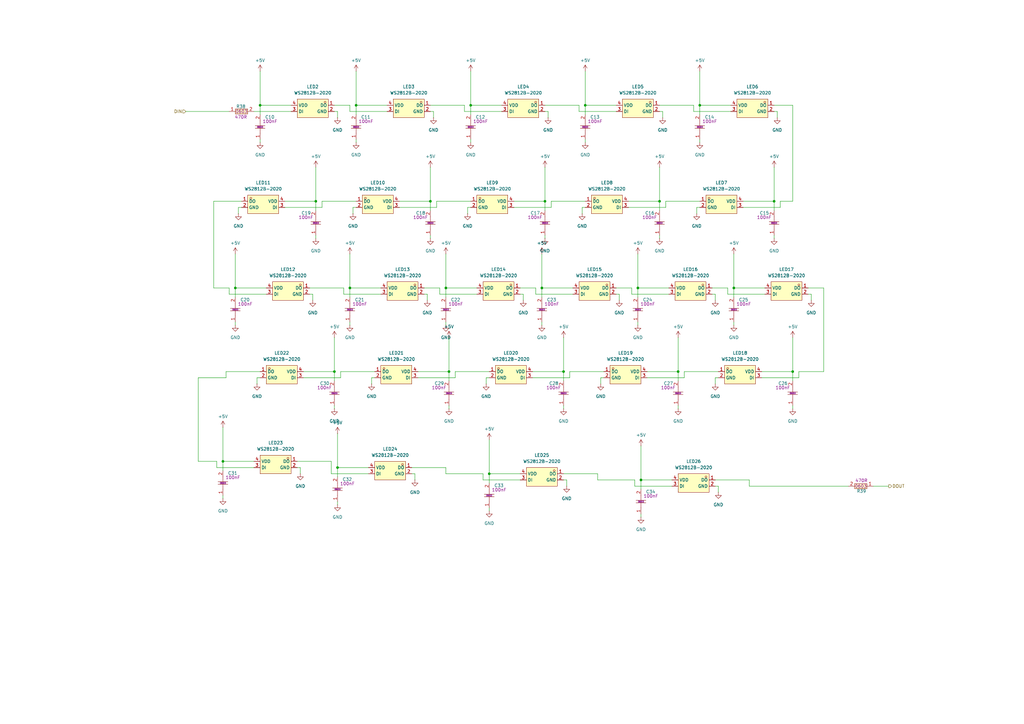
<source format=kicad_sch>
(kicad_sch (version 20250114) (generator "eeschema") (generator_version "9.0")
  (paper "A3")
  (junction (at 300.99 118.11))
  (junction (at 106.68 43.18))
  (junction (at 193.04 43.18))
  (junction (at 231.14 152.4))
  (junction (at 137.16 152.4))
  (junction (at 261.62 118.11))
  (junction (at 287.02 43.18))
  (junction (at 325.12 152.4))
  (junction (at 91.44 189.23))
  (junction (at 129.54 82.55))
  (junction (at 317.5 82.55))
  (junction (at 240.03 43.18))
  (junction (at 262.89 196.85))
  (junction (at 146.05 43.18))
  (junction (at 222.25 118.11))
  (junction (at 270.51 82.55))
  (junction (at 278.13 152.4))
  (junction (at 96.52 118.11))
  (junction (at 176.53 82.55))
  (junction (at 184.15 152.4))
  (junction (at 182.88 118.11))
  (junction (at 200.66 194.31))
  (junction (at 143.51 118.11))
  (junction (at 138.43 191.77))
  (junction (at 223.52 82.55))
  (wire (pts (xy 280.67 152.4) (xy 294.64 152.4)))
  (wire (pts (xy 138.43 191.77) (xy 138.43 195.58)))
  (wire (pts (xy 106.68 29.21) (xy 106.68 43.18)))
  (wire (pts (xy 180.34 118.11) (xy 180.34 120.65)))
  (wire (pts (xy 176.53 43.18) (xy 190.5 43.18)))
  (wire (pts (xy 317.5 82.55) (xy 317.5 86.36)))
  (wire (pts (xy 140.97 120.65) (xy 156.21 120.65)))
  (wire (pts (xy 364.49 199.39) (xy 358.14 199.39)))
  (wire (pts (xy 88.9 189.23) (xy 88.9 191.77)))
  (wire (pts (xy 81.28 154.94) (xy 81.28 189.23)))
  (wire (pts (xy 176.53 82.55) (xy 176.53 86.36)))
  (wire (pts (xy 246.38 154.94) (xy 246.38 157.48)))
  (wire (pts (xy 278.13 152.4) (xy 278.13 156.21)))
  (wire (pts (xy 284.48 43.18) (xy 284.48 45.72)))
  (wire (pts (xy 298.45 120.65) (xy 313.69 120.65)))
  (wire (pts (xy 139.7 152.4) (xy 139.7 154.94)))
  (wire (pts (xy 218.44 152.4) (xy 231.14 152.4)))
  (wire (pts (xy 278.13 138.43) (xy 278.13 152.4)))
  (wire (pts (xy 132.08 82.55) (xy 146.05 82.55)))
  (wire (pts (xy 92.71 152.4) (xy 106.68 152.4)))
  (wire (pts (xy 219.71 120.65) (xy 234.95 120.65)))
  (wire (pts (xy 171.45 152.4) (xy 184.15 152.4)))
  (wire (pts (xy 317.5 45.72) (xy 318.77 45.72)))
  (wire (pts (xy 200.66 180.34) (xy 200.66 194.31)))
  (wire (pts (xy 331.47 118.11) (xy 337.82 118.11)))
  (wire (pts (xy 182.88 133.35) (xy 182.88 132.08)))
  (wire (pts (xy 151.13 191.77) (xy 138.43 191.77)))
  (wire (pts (xy 137.16 167.64) (xy 137.16 166.37)))
  (wire (pts (xy 317.5 43.18) (xy 325.12 43.18)))
  (wire (pts (xy 294.64 199.39) (xy 294.64 201.93)))
  (wire (pts (xy 144.78 85.09) (xy 144.78 87.63)))
  (wire (pts (xy 143.51 45.72) (xy 158.75 45.72)))
  (wire (pts (xy 262.89 182.88) (xy 262.89 196.85)))
  (wire (pts (xy 233.68 154.94) (xy 218.44 154.94)))
  (wire (pts (xy 121.92 191.77) (xy 123.19 191.77)))
  (wire (pts (xy 96.52 133.35) (xy 96.52 132.08)))
  (wire (pts (xy 138.43 45.72) (xy 138.43 48.26)))
  (wire (pts (xy 146.05 43.18) (xy 146.05 46.99)))
  (wire (pts (xy 104.14 189.23) (xy 91.44 189.23)))
  (wire (pts (xy 320.04 85.09) (xy 304.8 85.09)))
  (wire (pts (xy 234.95 118.11) (xy 222.25 118.11)))
  (wire (pts (xy 137.16 45.72) (xy 138.43 45.72)))
  (wire (pts (xy 222.25 118.11) (xy 222.25 121.92)))
  (wire (pts (xy 262.89 212.09) (xy 262.89 210.82)))
  (wire (pts (xy 176.53 45.72) (xy 177.8 45.72)))
  (wire (pts (xy 106.68 58.42) (xy 106.68 57.15)))
  (wire (pts (xy 137.16 43.18) (xy 143.51 43.18)))
  (wire (pts (xy 121.92 189.23) (xy 135.89 189.23)))
  (wire (pts (xy 195.58 118.11) (xy 182.88 118.11)))
  (wire (pts (xy 128.27 120.65) (xy 128.27 123.19)))
  (wire (pts (xy 176.53 97.79) (xy 176.53 96.52)))
  (wire (pts (xy 184.15 138.43) (xy 184.15 152.4)))
  (wire (pts (xy 317.5 97.79) (xy 317.5 96.52)))
  (wire (pts (xy 240.03 29.21) (xy 240.03 43.18)))
  (wire (pts (xy 252.73 118.11) (xy 259.08 118.11)))
  (wire (pts (xy 184.15 167.64) (xy 184.15 166.37)))
  (wire (pts (xy 259.08 120.65) (xy 274.32 120.65)))
  (wire (pts (xy 327.66 152.4) (xy 327.66 154.94)))
  (wire (pts (xy 219.71 118.11) (xy 219.71 120.65)))
  (wire (pts (xy 317.5 68.58) (xy 317.5 82.55)))
  (wire (pts (xy 129.54 97.79) (xy 129.54 96.52)))
  (wire (pts (xy 175.26 120.65) (xy 175.26 123.19)))
  (wire (pts (xy 184.15 152.4) (xy 184.15 156.21)))
  (wire (pts (xy 292.1 120.65) (xy 293.37 120.65)))
  (wire (pts (xy 331.47 120.65) (xy 332.74 120.65)))
  (wire (pts (xy 213.36 194.31) (xy 200.66 194.31)))
  (wire (pts (xy 293.37 196.85) (xy 307.34 196.85)))
  (wire (pts (xy 179.07 85.09) (xy 163.83 85.09)))
  (wire (pts (xy 224.79 45.72) (xy 224.79 48.26)))
  (wire (pts (xy 91.44 189.23) (xy 91.44 193.04)))
  (wire (pts (xy 307.34 199.39) (xy 347.98 199.39)))
  (wire (pts (xy 198.12 194.31) (xy 198.12 196.85)))
  (wire (pts (xy 214.63 120.65) (xy 214.63 123.19)))
  (wire (pts (xy 226.06 85.09) (xy 210.82 85.09)))
  (wire (pts (xy 96.52 118.11) (xy 96.52 121.92)))
  (wire (pts (xy 92.71 152.4) (xy 92.71 154.94)))
  (wire (pts (xy 304.8 82.55) (xy 317.5 82.55)))
  (wire (pts (xy 298.45 118.11) (xy 298.45 120.65)))
  (wire (pts (xy 137.16 152.4) (xy 137.16 156.21)))
  (wire (pts (xy 325.12 138.43) (xy 325.12 152.4)))
  (wire (pts (xy 280.67 154.94) (xy 265.43 154.94)))
  (wire (pts (xy 93.98 118.11) (xy 93.98 120.65)))
  (wire (pts (xy 135.89 194.31) (xy 151.13 194.31)))
  (wire (pts (xy 223.52 82.55) (xy 223.52 86.36)))
  (wire (pts (xy 199.39 154.94) (xy 199.39 157.48)))
  (wire (pts (xy 96.52 104.14) (xy 96.52 118.11)))
  (wire (pts (xy 287.02 85.09) (xy 285.75 85.09)))
  (wire (pts (xy 231.14 152.4) (xy 231.14 156.21)))
  (wire (pts (xy 257.81 82.55) (xy 270.51 82.55)))
  (wire (pts (xy 312.42 152.4) (xy 325.12 152.4)))
  (wire (pts (xy 262.89 196.85) (xy 262.89 200.66)))
  (wire (pts (xy 240.03 58.42) (xy 240.03 57.15)))
  (wire (pts (xy 293.37 120.65) (xy 293.37 123.19)))
  (wire (pts (xy 325.12 82.55) (xy 320.04 82.55)))
  (wire (pts (xy 223.52 68.58) (xy 223.52 82.55)))
  (wire (pts (xy 231.14 194.31) (xy 245.11 194.31)))
  (wire (pts (xy 247.65 154.94) (xy 246.38 154.94)))
  (wire (pts (xy 287.02 43.18) (xy 287.02 46.99)))
  (wire (pts (xy 223.52 97.79) (xy 223.52 96.52)))
  (wire (pts (xy 180.34 120.65) (xy 195.58 120.65)))
  (wire (pts (xy 158.75 43.18) (xy 146.05 43.18)))
  (wire (pts (xy 140.97 118.11) (xy 140.97 120.65)))
  (wire (pts (xy 179.07 82.55) (xy 193.04 82.55)))
  (wire (pts (xy 231.14 138.43) (xy 231.14 152.4)))
  (wire (pts (xy 294.64 154.94) (xy 293.37 154.94)))
  (wire (pts (xy 293.37 199.39) (xy 294.64 199.39)))
  (wire (pts (xy 143.51 43.18) (xy 143.51 45.72)))
  (wire (pts (xy 173.99 120.65) (xy 175.26 120.65)))
  (wire (pts (xy 182.88 191.77) (xy 182.88 194.31)))
  (wire (pts (xy 270.51 82.55) (xy 270.51 86.36)))
  (wire (pts (xy 182.88 118.11) (xy 182.88 121.92)))
  (wire (pts (xy 285.75 85.09) (xy 285.75 87.63)))
  (wire (pts (xy 233.68 152.4) (xy 247.65 152.4)))
  (wire (pts (xy 273.05 82.55) (xy 287.02 82.55)))
  (wire (pts (xy 106.68 154.94) (xy 105.41 154.94)))
  (wire (pts (xy 132.08 85.09) (xy 116.84 85.09)))
  (wire (pts (xy 146.05 29.21) (xy 146.05 43.18)))
  (wire (pts (xy 143.51 118.11) (xy 143.51 121.92)))
  (wire (pts (xy 275.59 196.85) (xy 262.89 196.85)))
  (wire (pts (xy 168.91 194.31) (xy 170.18 194.31)))
  (wire (pts (xy 287.02 58.42) (xy 287.02 57.15)))
  (wire (pts (xy 116.84 82.55) (xy 129.54 82.55)))
  (wire (pts (xy 213.36 118.11) (xy 219.71 118.11)))
  (wire (pts (xy 231.14 196.85) (xy 232.41 196.85)))
  (wire (pts (xy 337.82 118.11) (xy 337.82 152.4)))
  (wire (pts (xy 325.12 43.18) (xy 325.12 82.55)))
  (wire (pts (xy 186.69 152.4) (xy 200.66 152.4)))
  (wire (pts (xy 153.67 154.94) (xy 152.4 154.94)))
  (wire (pts (xy 270.51 45.72) (xy 271.78 45.72)))
  (wire (pts (xy 274.32 118.11) (xy 261.62 118.11)))
  (wire (pts (xy 127 118.11) (xy 140.97 118.11)))
  (wire (pts (xy 177.8 45.72) (xy 177.8 48.26)))
  (wire (pts (xy 109.22 118.11) (xy 96.52 118.11)))
  (wire (pts (xy 123.19 191.77) (xy 123.19 194.31)))
  (wire (pts (xy 320.04 82.55) (xy 320.04 85.09)))
  (wire (pts (xy 254 120.65) (xy 254 123.19)))
  (wire (pts (xy 232.41 196.85) (xy 232.41 199.39)))
  (wire (pts (xy 191.77 85.09) (xy 191.77 87.63)))
  (wire (pts (xy 278.13 167.64) (xy 278.13 166.37)))
  (wire (pts (xy 182.88 194.31) (xy 198.12 194.31)))
  (wire (pts (xy 105.41 154.94) (xy 105.41 157.48)))
  (wire (pts (xy 168.91 191.77) (xy 182.88 191.77)))
  (wire (pts (xy 200.66 194.31) (xy 200.66 198.12)))
  (wire (pts (xy 163.83 82.55) (xy 176.53 82.55)))
  (wire (pts (xy 270.51 68.58) (xy 270.51 82.55)))
  (wire (pts (xy 87.63 82.55) (xy 87.63 118.11)))
  (wire (pts (xy 325.12 152.4) (xy 325.12 156.21)))
  (wire (pts (xy 173.99 118.11) (xy 180.34 118.11)))
  (wire (pts (xy 226.06 82.55) (xy 240.03 82.55)))
  (wire (pts (xy 138.43 207.01) (xy 138.43 205.74)))
  (wire (pts (xy 193.04 58.42) (xy 193.04 57.15)))
  (wire (pts (xy 259.08 118.11) (xy 259.08 120.65)))
  (wire (pts (xy 146.05 58.42) (xy 146.05 57.15)))
  (wire (pts (xy 200.66 209.55) (xy 200.66 208.28)))
  (wire (pts (xy 170.18 194.31) (xy 170.18 196.85)))
  (wire (pts (xy 284.48 45.72) (xy 299.72 45.72)))
  (wire (pts (xy 193.04 43.18) (xy 193.04 46.99)))
  (wire (pts (xy 240.03 43.18) (xy 240.03 46.99)))
  (wire (pts (xy 293.37 154.94) (xy 293.37 157.48)))
  (wire (pts (xy 261.62 104.14) (xy 261.62 118.11)))
  (wire (pts (xy 223.52 43.18) (xy 237.49 43.18)))
  (wire (pts (xy 238.76 85.09) (xy 238.76 87.63)))
  (wire (pts (xy 222.25 104.14) (xy 222.25 118.11)))
  (wire (pts (xy 182.88 104.14) (xy 182.88 118.11)))
  (wire (pts (xy 245.11 196.85) (xy 260.35 196.85)))
  (wire (pts (xy 93.98 120.65) (xy 109.22 120.65)))
  (wire (pts (xy 87.63 82.55) (xy 99.06 82.55)))
  (wire (pts (xy 226.06 82.55) (xy 226.06 85.09)))
  (wire (pts (xy 332.74 120.65) (xy 332.74 123.19)))
  (wire (pts (xy 138.43 177.8) (xy 138.43 191.77)))
  (wire (pts (xy 129.54 82.55) (xy 129.54 86.36)))
  (wire (pts (xy 176.53 68.58) (xy 176.53 82.55)))
  (wire (pts (xy 233.68 152.4) (xy 233.68 154.94)))
  (wire (pts (xy 146.05 85.09) (xy 144.78 85.09)))
  (wire (pts (xy 76.2 45.72) (xy 93.98 45.72)))
  (wire (pts (xy 223.52 45.72) (xy 224.79 45.72)))
  (wire (pts (xy 139.7 152.4) (xy 153.67 152.4)))
  (wire (pts (xy 237.49 45.72) (xy 252.73 45.72)))
  (wire (pts (xy 190.5 45.72) (xy 205.74 45.72)))
  (wire (pts (xy 104.14 45.72) (xy 119.38 45.72)))
  (wire (pts (xy 300.99 118.11) (xy 300.99 121.92)))
  (wire (pts (xy 252.73 43.18) (xy 240.03 43.18)))
  (wire (pts (xy 280.67 152.4) (xy 280.67 154.94)))
  (wire (pts (xy 210.82 82.55) (xy 223.52 82.55)))
  (wire (pts (xy 271.78 45.72) (xy 271.78 48.26)))
  (wire (pts (xy 240.03 85.09) (xy 238.76 85.09)))
  (wire (pts (xy 97.79 85.09) (xy 97.79 87.63)))
  (wire (pts (xy 124.46 152.4) (xy 137.16 152.4)))
  (wire (pts (xy 137.16 138.43) (xy 137.16 152.4)))
  (wire (pts (xy 156.21 118.11) (xy 143.51 118.11)))
  (wire (pts (xy 87.63 118.11) (xy 93.98 118.11)))
  (wire (pts (xy 198.12 196.85) (xy 213.36 196.85)))
  (wire (pts (xy 327.66 152.4) (xy 337.82 152.4)))
  (wire (pts (xy 132.08 82.55) (xy 132.08 85.09)))
  (wire (pts (xy 205.74 43.18) (xy 193.04 43.18)))
  (wire (pts (xy 273.05 82.55) (xy 273.05 85.09)))
  (wire (pts (xy 193.04 29.21) (xy 193.04 43.18)))
  (wire (pts (xy 260.35 199.39) (xy 275.59 199.39)))
  (wire (pts (xy 143.51 104.14) (xy 143.51 118.11)))
  (wire (pts (xy 307.34 196.85) (xy 307.34 199.39)))
  (wire (pts (xy 186.69 154.94) (xy 171.45 154.94)))
  (wire (pts (xy 186.69 152.4) (xy 186.69 154.94)))
  (wire (pts (xy 260.35 196.85) (xy 260.35 199.39)))
  (wire (pts (xy 127 120.65) (xy 128.27 120.65)))
  (wire (pts (xy 81.28 154.94) (xy 92.71 154.94)))
  (wire (pts (xy 261.62 133.35) (xy 261.62 132.08)))
  (wire (pts (xy 270.51 97.79) (xy 270.51 96.52)))
  (wire (pts (xy 261.62 118.11) (xy 261.62 121.92)))
  (wire (pts (xy 91.44 204.47) (xy 91.44 203.2)))
  (wire (pts (xy 139.7 154.94) (xy 124.46 154.94)))
  (wire (pts (xy 88.9 191.77) (xy 104.14 191.77)))
  (wire (pts (xy 313.69 118.11) (xy 300.99 118.11)))
  (wire (pts (xy 270.51 43.18) (xy 284.48 43.18)))
  (wire (pts (xy 287.02 29.21) (xy 287.02 43.18)))
  (wire (pts (xy 300.99 104.14) (xy 300.99 118.11)))
  (wire (pts (xy 135.89 189.23) (xy 135.89 194.31)))
  (wire (pts (xy 300.99 133.35) (xy 300.99 132.08)))
  (wire (pts (xy 299.72 43.18) (xy 287.02 43.18)))
  (wire (pts (xy 106.68 43.18) (xy 106.68 46.99)))
  (wire (pts (xy 152.4 154.94) (xy 152.4 157.48)))
  (wire (pts (xy 143.51 133.35) (xy 143.51 132.08)))
  (wire (pts (xy 265.43 152.4) (xy 278.13 152.4)))
  (wire (pts (xy 190.5 43.18) (xy 190.5 45.72)))
  (wire (pts (xy 200.66 154.94) (xy 199.39 154.94)))
  (wire (pts (xy 292.1 118.11) (xy 298.45 118.11)))
  (wire (pts (xy 119.38 43.18) (xy 106.68 43.18)))
  (wire (pts (xy 91.44 175.26) (xy 91.44 189.23)))
  (wire (pts (xy 245.11 194.31) (xy 245.11 196.85)))
  (wire (pts (xy 193.04 85.09) (xy 191.77 85.09)))
  (wire (pts (xy 237.49 43.18) (xy 237.49 45.72)))
  (wire (pts (xy 179.07 82.55) (xy 179.07 85.09)))
  (wire (pts (xy 81.28 189.23) (xy 88.9 189.23)))
  (wire (pts (xy 318.77 45.72) (xy 318.77 48.26)))
  (wire (pts (xy 325.12 167.64) (xy 325.12 166.37)))
  (wire (pts (xy 273.05 85.09) (xy 257.81 85.09)))
  (wire (pts (xy 252.73 120.65) (xy 254 120.65)))
  (wire (pts (xy 231.14 167.64) (xy 231.14 166.37)))
  (wire (pts (xy 327.66 154.94) (xy 312.42 154.94)))
  (wire (pts (xy 99.06 85.09) (xy 97.79 85.09)))
  (wire (pts (xy 213.36 120.65) (xy 214.63 120.65)))
  (wire (pts (xy 129.54 68.58) (xy 129.54 82.55)))
  (wire (pts (xy 222.25 133.35) (xy 222.25 132.08)))
  (hierarchical_label "DIN" (shape input) (at 76.2 45.72 180))
  (hierarchical_label "DOUT" (shape output) (at 364.49 199.39 0))
  (symbol (lib_id "easyeda2kicad:WS2812B-2020") (at 154.94 83.82 0) (unit 1)
    (property "Reference" "LED10" (at 154.94 74.93 0))
    (property "Value" "WS2812B-2020" (at 154.94 77.47 0))
    (property "Footprint" "easyeda2kicad:LED-SMD_4P-L2.0-W2.0-TL_WS2812B-2020" (effects (hide yes)))
    (property "Datasheet" "https://lcsc.com/product-detail/Light-Emitting-Diodes-LED_Worldsemi-WS2812B-2020_C965555.html" (effects (hide yes)))
    (property "LCSC Part" "C965555" (effects (hide yes)))
  )
  (symbol (lib_id "power:GND") (at 170.18 196.85 0) (unit 1)
    (property "Reference" "#PWR0296" (effects (hide yes)))
    (property "Value" "GND" (at 170.18 201.93 0))
  )
  (symbol (lib_id "power:GND") (at 222.25 133.35 0) (mirror y) (unit 1)
    (property "Reference" "#PWR0273" (effects (hide yes)))
    (property "Value" "GND" (at 222.25 138.43 0))
  )
  (symbol (lib_id "easyeda2kicad:WS2812B-2020") (at 295.91 83.82 0) (unit 1)
    (property "Reference" "LED7" (at 295.91 74.93 0))
    (property "Value" "WS2812B-2020" (at 295.91 77.47 0))
    (property "Footprint" "easyeda2kicad:LED-SMD_4P-L2.0-W2.0-TL_WS2812B-2020" (effects (hide yes)))
    (property "Datasheet" "https://lcsc.com/product-detail/Light-Emitting-Diodes-LED_Worldsemi-WS2812B-2020_C965555.html" (effects (hide yes)))
    (property "LCSC Part" "C965555" (effects (hide yes)))
  )
  (symbol (lib_id "power:GND") (at 182.88 133.35 0) (mirror y) (unit 1)
    (property "Reference" "#PWR0272" (effects (hide yes)))
    (property "Value" "GND" (at 182.88 138.43 0))
  )
  (symbol (lib_id "power:GND") (at 152.4 157.48 0) (mirror y) (unit 1)
    (property "Reference" "#PWR0285" (effects (hide yes)))
    (property "Value" "GND" (at 152.4 162.56 0))
  )
  (symbol (lib_id "power:GND") (at 317.5 97.79 0) (mirror y) (unit 1)
    (property "Reference" "#PWR0242" (effects (hide yes)))
    (property "Value" "GND" (at 317.5 102.87 0))
  )
  (symbol (lib_name "+5V_1") (lib_id "power:+5V") (at 91.44 175.26 0) (unit 1)
    (property "Reference" "#PWR0291" (effects (hide yes)))
    (property "Value" "+5V" (at 91.44 170.815 0))
    (property "Description" "Power symbol creates a global label with name \"+5V\"" (effects (hide yes)))
  )
  (symbol (lib_id "power:GND") (at 138.43 48.26 0) (unit 1)
    (property "Reference" "#PWR0224" (effects (hide yes)))
    (property "Value" "GND" (at 138.43 53.34 0))
  )
  (symbol (lib_name "+5V_1") (lib_id "power:+5V") (at 240.03 29.21 0) (unit 1)
    (property "Reference" "#PWR0232" (effects (hide yes)))
    (property "Value" "+5V" (at 240.03 24.765 0))
    (property "Description" "Power symbol creates a global label with name \"+5V\"" (effects (hide yes)))
  )
  (symbol (lib_id "power:GND") (at 128.27 123.19 0) (unit 1)
    (property "Reference" "#PWR0258" (effects (hide yes)))
    (property "Value" "GND" (at 128.27 128.27 0))
  )
  (symbol (lib_name "+5V_1") (lib_id "power:+5V") (at 96.52 104.14 0) (unit 1)
    (property "Reference" "#PWR0259" (effects (hide yes)))
    (property "Value" "+5V" (at 96.52 99.695 0))
    (property "Description" "Power symbol creates a global label with name \"+5V\"" (effects (hide yes)))
  )
  (symbol (lib_name "+5V_1") (lib_id "power:+5V") (at 143.51 104.14 0) (unit 1)
    (property "Reference" "#PWR0261" (effects (hide yes)))
    (property "Value" "+5V" (at 143.51 99.695 0))
    (property "Description" "Power symbol creates a global label with name \"+5V\"" (effects (hide yes)))
  )
  (symbol (lib_id "power:GND") (at 184.15 167.64 0) (mirror y) (unit 1)
    (property "Reference" "#PWR0287" (effects (hide yes)))
    (property "Value" "GND" (at 184.15 172.72 0))
  )
  (symbol (lib_id "easyeda2kicad:WS2812B-2020") (at 322.58 119.38 0) (mirror y) (unit 1)
    (property "Reference" "LED17" (at 322.58 110.49 0))
    (property "Value" "WS2812B-2020" (at 322.58 113.03 0))
    (property "Footprint" "easyeda2kicad:LED-SMD_4P-L2.0-W2.0-TL_WS2812B-2020" (effects (hide yes)))
    (property "Datasheet" "https://lcsc.com/product-detail/Light-Emitting-Diodes-LED_Worldsemi-WS2812B-2020_C965555.html" (effects (hide yes)))
    (property "LCSC Part" "C965555" (effects (hide yes)))
  )
  (symbol (lib_name "+5V_1") (lib_id "power:+5V") (at 146.05 29.21 0) (unit 1)
    (property "Reference" "#PWR0225" (effects (hide yes)))
    (property "Value" "+5V" (at 146.05 24.765 0))
    (property "Description" "Power symbol creates a global label with name \"+5V\"" (effects (hide yes)))
  )
  (symbol (lib_name "+5V_1") (lib_id "power:+5V") (at 278.13 138.43 0) (mirror y) (unit 1)
    (property "Reference" "#PWR0280" (effects (hide yes)))
    (property "Value" "+5V" (at 278.13 133.985 0))
    (property "Description" "Power symbol creates a global label with name \"+5V\"" (effects (hide yes)))
  )
  (symbol (lib_id "easyeda2kicad:CC0603KRX7R9BB104") (at 176.53 91.44 270) (mirror x) (unit 1)
    (property "Reference" "C18" (at 174.498 87.376 90) (effects (justify right)))
    (property "Value" "CC0603KRX7R9BB104" (effects (hide yes)))
    (property "Footprint" "easyeda2kicad:C0603" (effects (hide yes)))
    (property "Datasheet" "https://lcsc.com/product-detail/Multilayer-Ceramic-Capacitors-MLCC-SMD-SMT_100nF-104-10-50V_C14663.html" (effects (hide yes)))
    (property "Description" "100nF" (at 172.466 89.154 90))
    (property "LCSC Part" "C14663" (effects (hide yes)))
    (property "Field6" "0603" (at 176.53 91.44 90) (effects (font (size 0.635 0.635))))
  )
  (symbol (lib_id "easyeda2kicad:WS2812B-2020") (at 113.03 190.5 0) (mirror y) (unit 1)
    (property "Reference" "LED23" (at 113.03 181.61 0))
    (property "Value" "WS2812B-2020" (at 113.03 184.15 0))
    (property "Footprint" "easyeda2kicad:LED-SMD_4P-L2.0-W2.0-TL_WS2812B-2020" (effects (hide yes)))
    (property "Datasheet" "https://lcsc.com/product-detail/Light-Emitting-Diodes-LED_Worldsemi-WS2812B-2020_C965555.html" (effects (hide yes)))
    (property "LCSC Part" "C965555" (effects (hide yes)))
  )
  (symbol (lib_id "easyeda2kicad:WS2812B-2020") (at 107.95 83.82 0) (unit 1)
    (property "Reference" "LED11" (at 107.95 74.93 0))
    (property "Value" "WS2812B-2020" (at 107.95 77.47 0))
    (property "Footprint" "easyeda2kicad:LED-SMD_4P-L2.0-W2.0-TL_WS2812B-2020" (effects (hide yes)))
    (property "Datasheet" "https://lcsc.com/product-detail/Light-Emitting-Diodes-LED_Worldsemi-WS2812B-2020_C965555.html" (effects (hide yes)))
    (property "LCSC Part" "C965555" (effects (hide yes)))
  )
  (symbol (lib_id "easyeda2kicad:CC0603KRX7R9BB104") (at 106.68 52.07 90) (unit 1)
    (property "Reference" "C10" (at 108.712 48.006 90) (effects (justify right)))
    (property "Value" "CC0603KRX7R9BB104" (effects (hide yes)))
    (property "Footprint" "easyeda2kicad:C0603" (effects (hide yes)))
    (property "Datasheet" "https://lcsc.com/product-detail/Multilayer-Ceramic-Capacitors-MLCC-SMD-SMT_100nF-104-10-50V_C14663.html" (effects (hide yes)))
    (property "Description" "100nF" (at 110.744 49.784 90))
    (property "LCSC Part" "C14663" (effects (hide yes)))
    (property "Field6" "0603" (at 106.68 52.07 90) (effects (font (size 0.635 0.635))))
  )
  (symbol (lib_name "+5V_1") (lib_id "power:+5V") (at 137.16 138.43 0) (mirror y) (unit 1)
    (property "Reference" "#PWR0289" (effects (hide yes)))
    (property "Value" "+5V" (at 137.16 133.985 0))
    (property "Description" "Power symbol creates a global label with name \"+5V\"" (effects (hide yes)))
  )
  (symbol (lib_id "easyeda2kicad:CC0603KRX7R9BB104") (at 270.51 91.44 270) (mirror x) (unit 1)
    (property "Reference" "C16" (at 268.478 87.376 90) (effects (justify right)))
    (property "Value" "CC0603KRX7R9BB104" (effects (hide yes)))
    (property "Footprint" "easyeda2kicad:C0603" (effects (hide yes)))
    (property "Datasheet" "https://lcsc.com/product-detail/Multilayer-Ceramic-Capacitors-MLCC-SMD-SMT_100nF-104-10-50V_C14663.html" (effects (hide yes)))
    (property "Description" "100nF" (at 266.446 89.154 90))
    (property "LCSC Part" "C14663" (effects (hide yes)))
    (property "Field6" "0603" (at 270.51 91.44 90) (effects (font (size 0.635 0.635))))
  )
  (symbol (lib_id "power:GND") (at 129.54 97.79 0) (mirror y) (unit 1)
    (property "Reference" "#PWR0257" (effects (hide yes)))
    (property "Value" "GND" (at 129.54 102.87 0))
  )
  (symbol (lib_id "easyeda2kicad:WS2812B-2020") (at 261.62 44.45 0) (mirror y) (unit 1)
    (property "Reference" "LED5" (at 261.62 35.56 0))
    (property "Value" "WS2812B-2020" (at 261.62 38.1 0))
    (property "Footprint" "easyeda2kicad:LED-SMD_4P-L2.0-W2.0-TL_WS2812B-2020" (effects (hide yes)))
    (property "Datasheet" "https://lcsc.com/product-detail/Light-Emitting-Diodes-LED_Worldsemi-WS2812B-2020_C965555.html" (effects (hide yes)))
    (property "LCSC Part" "C965555" (effects (hide yes)))
  )
  (symbol (lib_id "power:GND") (at 97.79 87.63 0) (mirror y) (unit 1)
    (property "Reference" "#PWR0255" (effects (hide yes)))
    (property "Value" "GND" (at 97.79 92.71 0))
  )
  (symbol (lib_id "power:GND") (at 224.79 48.26 0) (unit 1)
    (property "Reference" "#PWR0231" (effects (hide yes)))
    (property "Value" "GND" (at 224.79 53.34 0))
  )
  (symbol (lib_id "power:GND") (at 240.03 58.42 0) (unit 1)
    (property "Reference" "#PWR0234" (effects (hide yes)))
    (property "Value" "GND" (at 240.03 63.5 0))
  )
  (symbol (lib_name "+5V_1") (lib_id "power:+5V") (at 106.68 29.21 0) (unit 1)
    (property "Reference" "#PWR0223" (effects (hide yes)))
    (property "Value" "+5V" (at 106.68 24.765 0))
    (property "Description" "Power symbol creates a global label with name \"+5V\"" (effects (hide yes)))
  )
  (symbol (lib_id "power:GND") (at 191.77 87.63 0) (mirror y) (unit 1)
    (property "Reference" "#PWR0247" (effects (hide yes)))
    (property "Value" "GND" (at 191.77 92.71 0))
  )
  (symbol (lib_name "+5V_1") (lib_id "power:+5V") (at 176.53 68.58 0) (mirror y) (unit 1)
    (property "Reference" "#PWR0253" (effects (hide yes)))
    (property "Value" "+5V" (at 176.53 64.135 0))
    (property "Description" "Power symbol creates a global label with name \"+5V\"" (effects (hide yes)))
  )
  (symbol (lib_id "power:GND") (at 176.53 97.79 0) (mirror y) (unit 1)
    (property "Reference" "#PWR0254" (effects (hide yes)))
    (property "Value" "GND" (at 176.53 102.87 0))
  )
  (symbol (lib_id "power:GND") (at 318.77 48.26 0) (unit 1)
    (property "Reference" "#PWR0240" (effects (hide yes)))
    (property "Value" "GND" (at 318.77 53.34 0))
  )
  (symbol (lib_name "+5V_1") (lib_id "power:+5V") (at 222.25 104.14 0) (unit 1)
    (property "Reference" "#PWR0265" (effects (hide yes)))
    (property "Value" "+5V" (at 222.25 99.695 0))
    (property "Description" "Power symbol creates a global label with name \"+5V\"" (effects (hide yes)))
  )
  (symbol (lib_id "power:GND") (at 137.16 167.64 0) (mirror y) (unit 1)
    (property "Reference" "#PWR0290" (effects (hide yes)))
    (property "Value" "GND" (at 137.16 172.72 0))
  )
  (symbol (lib_id "easyeda2kicad:WS2812B-2020") (at 256.54 153.67 0) (unit 1)
    (property "Reference" "LED19" (at 256.54 144.78 0))
    (property "Value" "WS2812B-2020" (at 256.54 147.32 0))
    (property "Footprint" "easyeda2kicad:LED-SMD_4P-L2.0-W2.0-TL_WS2812B-2020" (effects (hide yes)))
    (property "Datasheet" "https://lcsc.com/product-detail/Light-Emitting-Diodes-LED_Worldsemi-WS2812B-2020_C965555.html" (effects (hide yes)))
    (property "LCSC Part" "C965555" (effects (hide yes)))
  )
  (symbol (lib_name "+5V_1") (lib_id "power:+5V") (at 270.51 68.58 0) (mirror y) (unit 1)
    (property "Reference" "#PWR0244" (effects (hide yes)))
    (property "Value" "+5V" (at 270.51 64.135 0))
    (property "Description" "Power symbol creates a global label with name \"+5V\"" (effects (hide yes)))
  )
  (symbol (lib_id "power:GND") (at 294.64 201.93 0) (unit 1)
    (property "Reference" "#PWR0302" (effects (hide yes)))
    (property "Value" "GND" (at 294.64 207.01 0))
  )
  (symbol (lib_id "power:GND") (at 214.63 123.19 0) (unit 1)
    (property "Reference" "#PWR0264" (effects (hide yes)))
    (property "Value" "GND" (at 214.63 128.27 0))
  )
  (symbol (lib_id "easyeda2kicad:WS2812B-2020") (at 162.56 153.67 0) (unit 1)
    (property "Reference" "LED21" (at 162.56 144.78 0))
    (property "Value" "WS2812B-2020" (at 162.56 147.32 0))
    (property "Footprint" "easyeda2kicad:LED-SMD_4P-L2.0-W2.0-TL_WS2812B-2020" (effects (hide yes)))
    (property "Datasheet" "https://lcsc.com/product-detail/Light-Emitting-Diodes-LED_Worldsemi-WS2812B-2020_C965555.html" (effects (hide yes)))
    (property "LCSC Part" "C965555" (effects (hide yes)))
  )
  (symbol (lib_id "power:GND") (at 91.44 204.47 0) (unit 1)
    (property "Reference" "#PWR0292" (effects (hide yes)))
    (property "Value" "GND" (at 91.44 209.55 0))
  )
  (symbol (lib_id "power:GND") (at 138.43 207.01 0) (unit 1)
    (property "Reference" "#PWR0295" (effects (hide yes)))
    (property "Value" "GND" (at 138.43 212.09 0))
  )
  (symbol (lib_id "power:GND") (at 287.02 58.42 0) (unit 1)
    (property "Reference" "#PWR0239" (effects (hide yes)))
    (property "Value" "GND" (at 287.02 63.5 0))
  )
  (symbol (lib_id "power:GND") (at 232.41 199.39 0) (unit 1)
    (property "Reference" "#PWR0299" (effects (hide yes)))
    (property "Value" "GND" (at 232.41 204.47 0))
  )
  (symbol (lib_name "+5V_1") (lib_id "power:+5V") (at 231.14 138.43 0) (mirror y) (unit 1)
    (property "Reference" "#PWR0283" (effects (hide yes)))
    (property "Value" "+5V" (at 231.14 133.985 0))
    (property "Description" "Power symbol creates a global label with name \"+5V\"" (effects (hide yes)))
  )
  (symbol (lib_id "power:GND") (at 123.19 194.31 0) (unit 1)
    (property "Reference" "#PWR0293" (effects (hide yes)))
    (property "Value" "GND" (at 123.19 199.39 0))
  )
  (symbol (lib_name "+5V_1") (lib_id "power:+5V") (at 262.89 182.88 0) (unit 1)
    (property "Reference" "#PWR0300" (effects (hide yes)))
    (property "Value" "+5V" (at 262.89 178.435 0))
    (property "Description" "Power symbol creates a global label with name \"+5V\"" (effects (hide yes)))
  )
  (symbol (lib_id "easyeda2kicad:WS2812B-2020") (at 248.92 83.82 0) (unit 1)
    (property "Reference" "LED8" (at 248.92 74.93 0))
    (property "Value" "WS2812B-2020" (at 248.92 77.47 0))
    (property "Footprint" "easyeda2kicad:LED-SMD_4P-L2.0-W2.0-TL_WS2812B-2020" (effects (hide yes)))
    (property "Datasheet" "https://lcsc.com/product-detail/Light-Emitting-Diodes-LED_Worldsemi-WS2812B-2020_C965555.html" (effects (hide yes)))
    (property "LCSC Part" "C965555" (effects (hide yes)))
  )
  (symbol (lib_name "+5V_1") (lib_id "power:+5V") (at 223.52 68.58 0) (mirror y) (unit 1)
    (property "Reference" "#PWR0250" (effects (hide yes)))
    (property "Value" "+5V" (at 223.52 64.135 0))
    (property "Description" "Power symbol creates a global label with name \"+5V\"" (effects (hide yes)))
  )
  (symbol (lib_name "+5V_1") (lib_id "power:+5V") (at 182.88 104.14 0) (unit 1)
    (property "Reference" "#PWR0263" (effects (hide yes)))
    (property "Value" "+5V" (at 182.88 99.695 0))
    (property "Description" "Power symbol creates a global label with name \"+5V\"" (effects (hide yes)))
  )
  (symbol (lib_id "power:GND") (at 105.41 157.48 0) (mirror y) (unit 1)
    (property "Reference" "#PWR0288" (effects (hide yes)))
    (property "Value" "GND" (at 105.41 162.56 0))
  )
  (symbol (lib_id "power:GND") (at 223.52 97.79 0) (mirror y) (unit 1)
    (property "Reference" "#PWR0251" (effects (hide yes)))
    (property "Value" "GND" (at 223.52 102.87 0))
  )
  (symbol (lib_name "+5V_1") (lib_id "power:+5V") (at 193.04 29.21 0) (unit 1)
    (property "Reference" "#PWR0229" (effects (hide yes)))
    (property "Value" "+5V" (at 193.04 24.765 0))
    (property "Description" "Power symbol creates a global label with name \"+5V\"" (effects (hide yes)))
  )
  (symbol (lib_id "easyeda2kicad:CC0603KRX7R9BB104") (at 138.43 200.66 90) (unit 1)
    (property "Reference" "C32" (at 140.462 196.596 90) (effects (justify right)))
    (property "Value" "CC0603KRX7R9BB104" (effects (hide yes)))
    (property "Footprint" "easyeda2kicad:C0603" (effects (hide yes)))
    (property "Datasheet" "https://lcsc.com/product-detail/Multilayer-Ceramic-Capacitors-MLCC-SMD-SMT_100nF-104-10-50V_C14663.html" (effects (hide yes)))
    (property "Description" "100nF" (at 142.494 198.374 90))
    (property "LCSC Part" "C14663" (effects (hide yes)))
    (property "Field6" "0603" (at 138.43 200.66 90) (effects (font (size 0.635 0.635))))
  )
  (symbol (lib_id "power:GND") (at 261.62 133.35 0) (mirror y) (unit 1)
    (property "Reference" "#PWR0274" (effects (hide yes)))
    (property "Value" "GND" (at 261.62 138.43 0))
  )
  (symbol (lib_id "easyeda2kicad:CC0603KRX7R9BB104") (at 261.62 127 90) (unit 1)
    (property "Reference" "C24" (at 263.652 122.936 90) (effects (justify right)))
    (property "Value" "CC0603KRX7R9BB104" (effects (hide yes)))
    (property "Footprint" "easyeda2kicad:C0603" (effects (hide yes)))
    (property "Datasheet" "https://lcsc.com/product-detail/Multilayer-Ceramic-Capacitors-MLCC-SMD-SMT_100nF-104-10-50V_C14663.html" (effects (hide yes)))
    (property "Description" "100nF" (at 265.684 124.714 90))
    (property "LCSC Part" "C14663" (effects (hide yes)))
    (property "Field6" "0603" (at 261.62 127 90) (effects (font (size 0.635 0.635))))
  )
  (symbol (lib_id "power:GND") (at 106.68 58.42 0) (unit 1)
    (property "Reference" "#PWR0216" (effects (hide yes)))
    (property "Value" "GND" (at 106.68 63.5 0))
  )
  (symbol (lib_name "+5V_1") (lib_id "power:+5V") (at 317.5 68.58 0) (mirror y) (unit 1)
    (property "Reference" "#PWR0241" (effects (hide yes)))
    (property "Value" "+5V" (at 317.5 64.135 0))
    (property "Description" "Power symbol creates a global label with name \"+5V\"" (effects (hide yes)))
  )
  (symbol (lib_name "+5V_1") (lib_id "power:+5V") (at 200.66 180.34 0) (unit 1)
    (property "Reference" "#PWR0297" (effects (hide yes)))
    (property "Value" "+5V" (at 200.66 175.895 0))
    (property "Description" "Power symbol creates a global label with name \"+5V\"" (effects (hide yes)))
  )
  (symbol (lib_id "easyeda2kicad:CC0603KRX7R9BB104") (at 143.51 127 90) (unit 1)
    (property "Reference" "C21" (at 145.542 122.936 90) (effects (justify right)))
    (property "Value" "CC0603KRX7R9BB104" (effects (hide yes)))
    (property "Footprint" "easyeda2kicad:C0603" (effects (hide yes)))
    (property "Datasheet" "https://lcsc.com/product-detail/Multilayer-Ceramic-Capacitors-MLCC-SMD-SMT_100nF-104-10-50V_C14663.html" (effects (hide yes)))
    (property "Description" "100nF" (at 147.574 124.714 90))
    (property "LCSC Part" "C14663" (effects (hide yes)))
    (property "Field6" "0603" (at 143.51 127 90) (effects (font (size 0.635 0.635))))
  )
  (symbol (lib_id "easyeda2kicad:0603WAF4700T5E") (at 353.06 199.39 180) (unit 1)
    (property "Reference" "R39" (at 353.314 201.422 0))
    (property "Value" "0603WAF4700T5E" (effects (hide yes)))
    (property "Footprint" "easyeda2kicad:R0603" (effects (hide yes)))
    (property "Datasheet" "https://lcsc.com/product-detail/Chip-Resistor-Surface-Mount-UniOhm_470R-4700-1_C23179.html" (effects (hide yes)))
    (property "Description" "470R" (at 353.314 197.104 0))
    (property "LCSC Part" "C23179" (effects (hide yes)))
    (property "Field6" "0603" (at 353.06 199.39 0))
  )
  (symbol (lib_id "easyeda2kicad:WS2812B-2020") (at 303.53 153.67 0) (unit 1)
    (property "Reference" "LED18" (at 303.53 144.78 0))
    (property "Value" "WS2812B-2020" (at 303.53 147.32 0))
    (property "Footprint" "easyeda2kicad:LED-SMD_4P-L2.0-W2.0-TL_WS2812B-2020" (effects (hide yes)))
    (property "Datasheet" "https://lcsc.com/product-detail/Light-Emitting-Diodes-LED_Worldsemi-WS2812B-2020_C965555.html" (effects (hide yes)))
    (property "LCSC Part" "C965555" (effects (hide yes)))
  )
  (symbol (lib_id "easyeda2kicad:WS2812B-2020") (at 115.57 153.67 0) (unit 1)
    (property "Reference" "LED22" (at 115.57 144.78 0))
    (property "Value" "WS2812B-2020" (at 115.57 147.32 0))
    (property "Footprint" "easyeda2kicad:LED-SMD_4P-L2.0-W2.0-TL_WS2812B-2020" (effects (hide yes)))
    (property "Datasheet" "https://lcsc.com/product-detail/Light-Emitting-Diodes-LED_Worldsemi-WS2812B-2020_C965555.html" (effects (hide yes)))
    (property "LCSC Part" "C965555" (effects (hide yes)))
  )
  (symbol (lib_id "easyeda2kicad:WS2812B-2020") (at 209.55 153.67 0) (unit 1)
    (property "Reference" "LED20" (at 209.55 144.78 0))
    (property "Value" "WS2812B-2020" (at 209.55 147.32 0))
    (property "Footprint" "easyeda2kicad:LED-SMD_4P-L2.0-W2.0-TL_WS2812B-2020" (effects (hide yes)))
    (property "Datasheet" "https://lcsc.com/product-detail/Light-Emitting-Diodes-LED_Worldsemi-WS2812B-2020_C965555.html" (effects (hide yes)))
    (property "LCSC Part" "C965555" (effects (hide yes)))
  )
  (symbol (lib_id "power:GND") (at 200.66 209.55 0) (unit 1)
    (property "Reference" "#PWR0298" (effects (hide yes)))
    (property "Value" "GND" (at 200.66 214.63 0))
  )
  (symbol (lib_id "power:GND") (at 293.37 157.48 0) (mirror y) (unit 1)
    (property "Reference" "#PWR0276" (effects (hide yes)))
    (property "Value" "GND" (at 293.37 162.56 0))
  )
  (symbol (lib_id "easyeda2kicad:WS2812B-2020") (at 243.84 119.38 0) (mirror y) (unit 1)
    (property "Reference" "LED15" (at 243.84 110.49 0))
    (property "Value" "WS2812B-2020" (at 243.84 113.03 0))
    (property "Footprint" "easyeda2kicad:LED-SMD_4P-L2.0-W2.0-TL_WS2812B-2020" (effects (hide yes)))
    (property "Datasheet" "https://lcsc.com/product-detail/Light-Emitting-Diodes-LED_Worldsemi-WS2812B-2020_C965555.html" (effects (hide yes)))
    (property "LCSC Part" "C965555" (effects (hide yes)))
  )
  (symbol (lib_id "easyeda2kicad:CC0603KRX7R9BB104") (at 146.05 52.07 90) (unit 1)
    (property "Reference" "C11" (at 148.082 48.006 90) (effects (justify right)))
    (property "Value" "CC0603KRX7R9BB104" (effects (hide yes)))
    (property "Footprint" "easyeda2kicad:C0603" (effects (hide yes)))
    (property "Datasheet" "https://lcsc.com/product-detail/Multilayer-Ceramic-Capacitors-MLCC-SMD-SMT_100nF-104-10-50V_C14663.html" (effects (hide yes)))
    (property "Description" "100nF" (at 150.114 49.784 90))
    (property "LCSC Part" "C14663" (effects (hide yes)))
    (property "Field6" "0603" (at 146.05 52.07 90) (effects (font (size 0.635 0.635))))
  )
  (symbol (lib_id "power:GND") (at 293.37 123.19 0) (unit 1)
    (property "Reference" "#PWR0268" (effects (hide yes)))
    (property "Value" "GND" (at 293.37 128.27 0))
  )
  (symbol (lib_id "power:GND") (at 231.14 167.64 0) (mirror y) (unit 1)
    (property "Reference" "#PWR0284" (effects (hide yes)))
    (property "Value" "GND" (at 231.14 172.72 0))
  )
  (symbol (lib_name "+5V_1") (lib_id "power:+5V") (at 325.12 138.43 0) (mirror y) (unit 1)
    (property "Reference" "#PWR0277" (effects (hide yes)))
    (property "Value" "+5V" (at 325.12 133.985 0))
    (property "Description" "Power symbol creates a global label with name \"+5V\"" (effects (hide yes)))
  )
  (symbol (lib_id "power:GND") (at 175.26 123.19 0) (unit 1)
    (property "Reference" "#PWR0262" (effects (hide yes)))
    (property "Value" "GND" (at 175.26 128.27 0))
  )
  (symbol (lib_id "easyeda2kicad:WS2812B-2020") (at 167.64 44.45 0) (mirror y) (unit 1)
    (property "Reference" "LED3" (at 167.64 35.56 0))
    (property "Value" "WS2812B-2020" (at 167.64 38.1 0))
    (property "Footprint" "easyeda2kicad:LED-SMD_4P-L2.0-W2.0-TL_WS2812B-2020" (effects (hide yes)))
    (property "Datasheet" "https://lcsc.com/product-detail/Light-Emitting-Diodes-LED_Worldsemi-WS2812B-2020_C965555.html" (effects (hide yes)))
    (property "LCSC Part" "C965555" (effects (hide yes)))
  )
  (symbol (lib_id "power:GND") (at 144.78 87.63 0) (mirror y) (unit 1)
    (property "Reference" "#PWR0252" (effects (hide yes)))
    (property "Value" "GND" (at 144.78 92.71 0))
  )
  (symbol (lib_id "easyeda2kicad:WS2812B-2020") (at 204.47 119.38 0) (mirror y) (unit 1)
    (property "Reference" "LED14" (at 204.47 110.49 0))
    (property "Value" "WS2812B-2020" (at 204.47 113.03 0))
    (property "Footprint" "easyeda2kicad:LED-SMD_4P-L2.0-W2.0-TL_WS2812B-2020" (effects (hide yes)))
    (property "Datasheet" "https://lcsc.com/product-detail/Light-Emitting-Diodes-LED_Worldsemi-WS2812B-2020_C965555.html" (effects (hide yes)))
    (property "LCSC Part" "C965555" (effects (hide yes)))
  )
  (symbol (lib_id "easyeda2kicad:CC0603KRX7R9BB104") (at 129.54 91.44 270) (mirror x) (unit 1)
    (property "Reference" "C19" (at 127.508 87.376 90) (effects (justify right)))
    (property "Value" "CC0603KRX7R9BB104" (effects (hide yes)))
    (property "Footprint" "easyeda2kicad:C0603" (effects (hide yes)))
    (property "Datasheet" "https://lcsc.com/product-detail/Multilayer-Ceramic-Capacitors-MLCC-SMD-SMT_100nF-104-10-50V_C14663.html" (effects (hide yes)))
    (property "Description" "100nF" (at 125.476 89.154 90))
    (property "LCSC Part" "C14663" (effects (hide yes)))
    (property "Field6" "0603" (at 129.54 91.44 90) (effects (font (size 0.635 0.635))))
  )
  (symbol (lib_id "easyeda2kicad:CC0603KRX7R9BB104") (at 240.03 52.07 90) (unit 1)
    (property "Reference" "C13" (at 242.062 48.006 90) (effects (justify right)))
    (property "Value" "CC0603KRX7R9BB104" (effects (hide yes)))
    (property "Footprint" "easyeda2kicad:C0603" (effects (hide yes)))
    (property "Datasheet" "https://lcsc.com/product-detail/Multilayer-Ceramic-Capacitors-MLCC-SMD-SMT_100nF-104-10-50V_C14663.html" (effects (hide yes)))
    (property "Description" "100nF" (at 244.094 49.784 90))
    (property "LCSC Part" "C14663" (effects (hide yes)))
    (property "Field6" "0603" (at 240.03 52.07 90) (effects (font (size 0.635 0.635))))
  )
  (symbol (lib_id "easyeda2kicad:WS2812B-2020") (at 283.21 119.38 0) (mirror y) (unit 1)
    (property "Reference" "LED16" (at 283.21 110.49 0))
    (property "Value" "WS2812B-2020" (at 283.21 113.03 0))
    (property "Footprint" "easyeda2kicad:LED-SMD_4P-L2.0-W2.0-TL_WS2812B-2020" (effects (hide yes)))
    (property "Datasheet" "https://lcsc.com/product-detail/Light-Emitting-Diodes-LED_Worldsemi-WS2812B-2020_C965555.html" (effects (hide yes)))
    (property "LCSC Part" "C965555" (effects (hide yes)))
  )
  (symbol (lib_id "easyeda2kicad:CC0603KRX7R9BB104") (at 193.04 52.07 90) (unit 1)
    (property "Reference" "C12" (at 195.072 48.006 90) (effects (justify right)))
    (property "Value" "CC0603KRX7R9BB104" (effects (hide yes)))
    (property "Footprint" "easyeda2kicad:C0603" (effects (hide yes)))
    (property "Datasheet" "https://lcsc.com/product-detail/Multilayer-Ceramic-Capacitors-MLCC-SMD-SMT_100nF-104-10-50V_C14663.html" (effects (hide yes)))
    (property "Description" "100nF" (at 197.104 49.784 90))
    (property "LCSC Part" "C14663" (effects (hide yes)))
    (property "Field6" "0603" (at 193.04 52.07 90) (effects (font (size 0.635 0.635))))
  )
  (symbol (lib_id "power:GND") (at 300.99 133.35 0) (mirror y) (unit 1)
    (property "Reference" "#PWR0275" (effects (hide yes)))
    (property "Value" "GND" (at 300.99 138.43 0))
  )
  (symbol (lib_name "+5V_1") (lib_id "power:+5V") (at 300.99 104.14 0) (unit 1)
    (property "Reference" "#PWR0269" (effects (hide yes)))
    (property "Value" "+5V" (at 300.99 99.695 0))
    (property "Description" "Power symbol creates a global label with name \"+5V\"" (effects (hide yes)))
  )
  (symbol (lib_id "easyeda2kicad:CC0603KRX7R9BB104") (at 182.88 127 90) (unit 1)
    (property "Reference" "C22" (at 184.912 122.936 90) (effects (justify right)))
    (property "Value" "CC0603KRX7R9BB104" (effects (hide yes)))
    (property "Footprint" "easyeda2kicad:C0603" (effects (hide yes)))
    (property "Datasheet" "https://lcsc.com/product-detail/Multilayer-Ceramic-Capacitors-MLCC-SMD-SMT_100nF-104-10-50V_C14663.html" (effects (hide yes)))
    (property "Description" "100nF" (at 186.944 124.714 90))
    (property "LCSC Part" "C14663" (effects (hide yes)))
    (property "Field6" "0603" (at 182.88 127 90) (effects (font (size 0.635 0.635))))
  )
  (symbol (lib_id "power:GND") (at 270.51 97.79 0) (mirror y) (unit 1)
    (property "Reference" "#PWR0245" (effects (hide yes)))
    (property "Value" "GND" (at 270.51 102.87 0))
  )
  (symbol (lib_id "easyeda2kicad:CC0603KRX7R9BB104") (at 222.25 127 90) (unit 1)
    (property "Reference" "C23" (at 224.282 122.936 90) (effects (justify right)))
    (property "Value" "CC0603KRX7R9BB104" (effects (hide yes)))
    (property "Footprint" "easyeda2kicad:C0603" (effects (hide yes)))
    (property "Datasheet" "https://lcsc.com/product-detail/Multilayer-Ceramic-Capacitors-MLCC-SMD-SMT_100nF-104-10-50V_C14663.html" (effects (hide yes)))
    (property "Description" "100nF" (at 226.314 124.714 90))
    (property "LCSC Part" "C14663" (effects (hide yes)))
    (property "Field6" "0603" (at 222.25 127 90) (effects (font (size 0.635 0.635))))
  )
  (symbol (lib_id "power:GND") (at 177.8 48.26 0) (unit 1)
    (property "Reference" "#PWR0227" (effects (hide yes)))
    (property "Value" "GND" (at 177.8 53.34 0))
  )
  (symbol (lib_id "easyeda2kicad:CC0603KRX7R9BB104") (at 96.52 127 90) (unit 1)
    (property "Reference" "C20" (at 98.552 122.936 90) (effects (justify right)))
    (property "Value" "CC0603KRX7R9BB104" (effects (hide yes)))
    (property "Footprint" "easyeda2kicad:C0603" (effects (hide yes)))
    (property "Datasheet" "https://lcsc.com/product-detail/Multilayer-Ceramic-Capacitors-MLCC-SMD-SMT_100nF-104-10-50V_C14663.html" (effects (hide yes)))
    (property "Description" "100nF" (at 100.584 124.714 90))
    (property "LCSC Part" "C14663" (effects (hide yes)))
    (property "Field6" "0603" (at 96.52 127 90) (effects (font (size 0.635 0.635))))
  )
  (symbol (lib_name "+5V_1") (lib_id "power:+5V") (at 261.62 104.14 0) (unit 1)
    (property "Reference" "#PWR0267" (effects (hide yes)))
    (property "Value" "+5V" (at 261.62 99.695 0))
    (property "Description" "Power symbol creates a global label with name \"+5V\"" (effects (hide yes)))
  )
  (symbol (lib_id "easyeda2kicad:CC0603KRX7R9BB104") (at 287.02 52.07 90) (unit 1)
    (property "Reference" "C14" (at 289.052 48.006 90) (effects (justify right)))
    (property "Value" "CC0603KRX7R9BB104" (effects (hide yes)))
    (property "Footprint" "easyeda2kicad:C0603" (effects (hide yes)))
    (property "Datasheet" "https://lcsc.com/product-detail/Multilayer-Ceramic-Capacitors-MLCC-SMD-SMT_100nF-104-10-50V_C14663.html" (effects (hide yes)))
    (property "Description" "100nF" (at 291.084 49.784 90))
    (property "LCSC Part" "C14663" (effects (hide yes)))
    (property "Field6" "0603" (at 287.02 52.07 90) (effects (font (size 0.635 0.635))))
  )
  (symbol (lib_id "power:GND") (at 199.39 157.48 0) (mirror y) (unit 1)
    (property "Reference" "#PWR0282" (effects (hide yes)))
    (property "Value" "GND" (at 199.39 162.56 0))
  )
  (symbol (lib_id "easyeda2kicad:WS2812B-2020") (at 214.63 44.45 0) (mirror y) (unit 1)
    (property "Reference" "LED4" (at 214.63 35.56 0))
    (property "Value" "WS2812B-2020" (at 214.63 38.1 0))
    (property "Footprint" "easyeda2kicad:LED-SMD_4P-L2.0-W2.0-TL_WS2812B-2020" (effects (hide yes)))
    (property "Datasheet" "https://lcsc.com/product-detail/Light-Emitting-Diodes-LED_Worldsemi-WS2812B-2020_C965555.html" (effects (hide yes)))
    (property "LCSC Part" "C965555" (effects (hide yes)))
  )
  (symbol (lib_id "easyeda2kicad:WS2812B-2020") (at 308.61 44.45 0) (mirror y) (unit 1)
    (property "Reference" "LED6" (at 308.61 35.56 0))
    (property "Value" "WS2812B-2020" (at 308.61 38.1 0))
    (property "Footprint" "easyeda2kicad:LED-SMD_4P-L2.0-W2.0-TL_WS2812B-2020" (effects (hide yes)))
    (property "Datasheet" "https://lcsc.com/product-detail/Light-Emitting-Diodes-LED_Worldsemi-WS2812B-2020_C965555.html" (effects (hide yes)))
    (property "LCSC Part" "C965555" (effects (hide yes)))
  )
  (symbol (lib_id "easyeda2kicad:CC0603KRX7R9BB104") (at 317.5 91.44 270) (mirror x) (unit 1)
    (property "Reference" "C15" (at 315.468 87.376 90) (effects (justify right)))
    (property "Value" "CC0603KRX7R9BB104" (effects (hide yes)))
    (property "Footprint" "easyeda2kicad:C0603" (effects (hide yes)))
    (property "Datasheet" "https://lcsc.com/product-detail/Multilayer-Ceramic-Capacitors-MLCC-SMD-SMT_100nF-104-10-50V_C14663.html" (effects (hide yes)))
    (property "Description" "100nF" (at 313.436 89.154 90))
    (property "LCSC Part" "C14663" (effects (hide yes)))
    (property "Field6" "0603" (at 317.5 91.44 90) (effects (font (size 0.635 0.635))))
  )
  (symbol (lib_id "power:GND") (at 262.89 212.09 0) (unit 1)
    (property "Reference" "#PWR0301" (effects (hide yes)))
    (property "Value" "GND" (at 262.89 217.17 0))
  )
  (symbol (lib_id "power:GND") (at 254 123.19 0) (unit 1)
    (property "Reference" "#PWR0266" (effects (hide yes)))
    (property "Value" "GND" (at 254 128.27 0))
  )
  (symbol (lib_id "power:GND") (at 146.05 58.42 0) (unit 1)
    (property "Reference" "#PWR0226" (effects (hide yes)))
    (property "Value" "GND" (at 146.05 63.5 0))
  )
  (symbol (lib_id "easyeda2kicad:CC0603KRX7R9BB104") (at 231.14 161.29 270) (mirror x) (unit 1)
    (property "Reference" "C28" (at 229.108 157.226 90) (effects (justify right)))
    (property "Value" "CC0603KRX7R9BB104" (effects (hide yes)))
    (property "Footprint" "easyeda2kicad:C0603" (effects (hide yes)))
    (property "Datasheet" "https://lcsc.com/product-detail/Multilayer-Ceramic-Capacitors-MLCC-SMD-SMT_100nF-104-10-50V_C14663.html" (effects (hide yes)))
    (property "Description" "100nF" (at 227.076 159.004 90))
    (property "LCSC Part" "C14663" (effects (hide yes)))
    (property "Field6" "0603" (at 231.14 161.29 90) (effects (font (size 0.635 0.635))))
  )
  (symbol (lib_id "easyeda2kicad:CC0603KRX7R9BB104") (at 137.16 161.29 270) (mirror x) (unit 1)
    (property "Reference" "C30" (at 135.128 157.226 90) (effects (justify right)))
    (property "Value" "CC0603KRX7R9BB104" (effects (hide yes)))
    (property "Footprint" "easyeda2kicad:C0603" (effects (hide yes)))
    (property "Datasheet" "https://lcsc.com/product-detail/Multilayer-Ceramic-Capacitors-MLCC-SMD-SMT_100nF-104-10-50V_C14663.html" (effects (hide yes)))
    (property "Description" "100nF" (at 133.096 159.004 90))
    (property "LCSC Part" "C14663" (effects (hide yes)))
    (property "Field6" "0603" (at 137.16 161.29 90) (effects (font (size 0.635 0.635))))
  )
  (symbol (lib_id "easyeda2kicad:CC0603KRX7R9BB104") (at 91.44 198.12 90) (unit 1)
    (property "Reference" "C31" (at 93.472 194.056 90) (effects (justify right)))
    (property "Value" "CC0603KRX7R9BB104" (effects (hide yes)))
    (property "Footprint" "easyeda2kicad:C0603" (effects (hide yes)))
    (property "Datasheet" "https://lcsc.com/product-detail/Multilayer-Ceramic-Capacitors-MLCC-SMD-SMT_100nF-104-10-50V_C14663.html" (effects (hide yes)))
    (property "Description" "100nF" (at 95.504 195.834 90))
    (property "LCSC Part" "C14663" (effects (hide yes)))
    (property "Field6" "0603" (at 91.44 198.12 90) (effects (font (size 0.635 0.635))))
  )
  (symbol (lib_id "power:GND") (at 325.12 167.64 0) (mirror y) (unit 1)
    (property "Reference" "#PWR0278" (effects (hide yes)))
    (property "Value" "GND" (at 325.12 172.72 0))
  )
  (symbol (lib_id "power:GND") (at 143.51 133.35 0) (mirror y) (unit 1)
    (property "Reference" "#PWR0271" (effects (hide yes)))
    (property "Value" "GND" (at 143.51 138.43 0))
  )
  (symbol (lib_name "+5V_1") (lib_id "power:+5V") (at 184.15 138.43 0) (mirror y) (unit 1)
    (property "Reference" "#PWR0286" (effects (hide yes)))
    (property "Value" "+5V" (at 184.15 133.985 0))
    (property "Description" "Power symbol creates a global label with name \"+5V\"" (effects (hide yes)))
  )
  (symbol (lib_id "easyeda2kicad:WS2812B-2020") (at 128.27 44.45 0) (mirror y) (unit 1)
    (property "Reference" "LED2" (at 128.27 35.56 0))
    (property "Value" "WS2812B-2020" (at 128.27 38.1 0))
    (property "Footprint" "easyeda2kicad:LED-SMD_4P-L2.0-W2.0-TL_WS2812B-2020" (effects (hide yes)))
    (property "Datasheet" "https://lcsc.com/product-detail/Light-Emitting-Diodes-LED_Worldsemi-WS2812B-2020_C965555.html" (effects (hide yes)))
    (property "LCSC Part" "C965555" (effects (hide yes)))
  )
  (symbol (lib_id "easyeda2kicad:CC0603KRX7R9BB104") (at 300.99 127 90) (unit 1)
    (property "Reference" "C25" (at 303.022 122.936 90) (effects (justify right)))
    (property "Value" "CC0603KRX7R9BB104" (effects (hide yes)))
    (property "Footprint" "easyeda2kicad:C0603" (effects (hide yes)))
    (property "Datasheet" "https://lcsc.com/product-detail/Multilayer-Ceramic-Capacitors-MLCC-SMD-SMT_100nF-104-10-50V_C14663.html" (effects (hide yes)))
    (property "Description" "100nF" (at 305.054 124.714 90))
    (property "LCSC Part" "C14663" (effects (hide yes)))
    (property "Field6" "0603" (at 300.99 127 90) (effects (font (size 0.635 0.635))))
  )
  (symbol (lib_id "easyeda2kicad:WS2812B-2020") (at 222.25 195.58 0) (mirror y) (unit 1)
    (property "Reference" "LED25" (at 222.25 186.69 0))
    (property "Value" "WS2812B-2020" (at 222.25 189.23 0))
    (property "Footprint" "easyeda2kicad:LED-SMD_4P-L2.0-W2.0-TL_WS2812B-2020" (effects (hide yes)))
    (property "Datasheet" "https://lcsc.com/product-detail/Light-Emitting-Diodes-LED_Worldsemi-WS2812B-2020_C965555.html" (effects (hide yes)))
    (property "LCSC Part" "C965555" (effects (hide yes)))
  )
  (symbol (lib_id "power:GND") (at 332.74 123.19 0) (unit 1)
    (property "Reference" "#PWR0270" (effects (hide yes)))
    (property "Value" "GND" (at 332.74 128.27 0))
  )
  (symbol (lib_id "easyeda2kicad:0603WAF4700T5E") (at 99.06 45.72 0) (unit 1)
    (property "Reference" "R38" (at 98.806 43.688 0))
    (property "Value" "0603WAF4700T5E" (effects (hide yes)))
    (property "Footprint" "easyeda2kicad:R0603" (effects (hide yes)))
    (property "Datasheet" "https://lcsc.com/product-detail/Chip-Resistor-Surface-Mount-UniOhm_470R-4700-1_C23179.html" (effects (hide yes)))
    (property "Description" "470R" (at 98.806 48.006 0))
    (property "LCSC Part" "C23179" (effects (hide yes)))
    (property "Field6" "0603" (at 99.06 45.72 0))
  )
  (symbol (lib_id "easyeda2kicad:CC0603KRX7R9BB104") (at 200.66 203.2 90) (unit 1)
    (property "Reference" "C33" (at 202.692 199.136 90) (effects (justify right)))
    (property "Value" "CC0603KRX7R9BB104" (effects (hide yes)))
    (property "Footprint" "easyeda2kicad:C0603" (effects (hide yes)))
    (property "Datasheet" "https://lcsc.com/product-detail/Multilayer-Ceramic-Capacitors-MLCC-SMD-SMT_100nF-104-10-50V_C14663.html" (effects (hide yes)))
    (property "Description" "100nF" (at 204.724 200.914 90))
    (property "LCSC Part" "C14663" (effects (hide yes)))
    (property "Field6" "0603" (at 200.66 203.2 90) (effects (font (size 0.635 0.635))))
  )
  (symbol (lib_id "easyeda2kicad:WS2812B-2020") (at 201.93 83.82 0) (unit 1)
    (property "Reference" "LED9" (at 201.93 74.93 0))
    (property "Value" "WS2812B-2020" (at 201.93 77.47 0))
    (property "Footprint" "easyeda2kicad:LED-SMD_4P-L2.0-W2.0-TL_WS2812B-2020" (effects (hide yes)))
    (property "Datasheet" "https://lcsc.com/product-detail/Light-Emitting-Diodes-LED_Worldsemi-WS2812B-2020_C965555.html" (effects (hide yes)))
    (property "LCSC Part" "C965555" (effects (hide yes)))
  )
  (symbol (lib_id "easyeda2kicad:WS2812B-2020") (at 118.11 119.38 0) (mirror y) (unit 1)
    (property "Reference" "LED12" (at 118.11 110.49 0))
    (property "Value" "WS2812B-2020" (at 118.11 113.03 0))
    (property "Footprint" "easyeda2kicad:LED-SMD_4P-L2.0-W2.0-TL_WS2812B-2020" (effects (hide yes)))
    (property "Datasheet" "https://lcsc.com/product-detail/Light-Emitting-Diodes-LED_Worldsemi-WS2812B-2020_C965555.html" (effects (hide yes)))
    (property "LCSC Part" "C965555" (effects (hide yes)))
  )
  (symbol (lib_name "+5V_1") (lib_id "power:+5V") (at 287.02 29.21 0) (unit 1)
    (property "Reference" "#PWR0238" (effects (hide yes)))
    (property "Value" "+5V" (at 287.02 24.765 0))
    (property "Description" "Power symbol creates a global label with name \"+5V\"" (effects (hide yes)))
  )
  (symbol (lib_name "+5V_1") (lib_id "power:+5V") (at 138.43 177.8 0) (unit 1)
    (property "Reference" "#PWR0294" (effects (hide yes)))
    (property "Value" "+5V" (at 138.43 173.355 0))
    (property "Description" "Power symbol creates a global label with name \"+5V\"" (effects (hide yes)))
  )
  (symbol (lib_id "power:GND") (at 96.52 133.35 0) (unit 1)
    (property "Reference" "#PWR0260" (effects (hide yes)))
    (property "Value" "GND" (at 96.52 138.43 0))
  )
  (symbol (lib_id "power:GND") (at 285.75 87.63 0) (mirror y) (unit 1)
    (property "Reference" "#PWR0243" (effects (hide yes)))
    (property "Value" "GND" (at 285.75 92.71 0))
  )
  (symbol (lib_id "easyeda2kicad:CC0603KRX7R9BB104") (at 262.89 205.74 90) (unit 1)
    (property "Reference" "C34" (at 264.922 201.676 90) (effects (justify right)))
    (property "Value" "CC0603KRX7R9BB104" (effects (hide yes)))
    (property "Footprint" "easyeda2kicad:C0603" (effects (hide yes)))
    (property "Datasheet" "https://lcsc.com/product-detail/Multilayer-Ceramic-Capacitors-MLCC-SMD-SMT_100nF-104-10-50V_C14663.html" (effects (hide yes)))
    (property "Description" "100nF" (at 266.954 203.454 90))
    (property "LCSC Part" "C14663" (effects (hide yes)))
    (property "Field6" "0603" (at 262.89 205.74 90) (effects (font (size 0.635 0.635))))
  )
  (symbol (lib_id "power:GND") (at 193.04 58.42 0) (unit 1)
    (property "Reference" "#PWR0230" (effects (hide yes)))
    (property "Value" "GND" (at 193.04 63.5 0))
  )
  (symbol (lib_id "easyeda2kicad:WS2812B-2020") (at 165.1 119.38 0) (mirror y) (unit 1)
    (property "Reference" "LED13" (at 165.1 110.49 0))
    (property "Value" "WS2812B-2020" (at 165.1 113.03 0))
    (property "Footprint" "easyeda2kicad:LED-SMD_4P-L2.0-W2.0-TL_WS2812B-2020" (effects (hide yes)))
    (property "Datasheet" "https://lcsc.com/product-detail/Light-Emitting-Diodes-LED_Worldsemi-WS2812B-2020_C965555.html" (effects (hide yes)))
    (property "LCSC Part" "C965555" (effects (hide yes)))
  )
  (symbol (lib_id "easyeda2kicad:CC0603KRX7R9BB104") (at 223.52 91.44 270) (mirror x) (unit 1)
    (property "Reference" "C17" (at 221.488 87.376 90) (effects (justify right)))
    (property "Value" "CC0603KRX7R9BB104" (effects (hide yes)))
    (property "Footprint" "easyeda2kicad:C0603" (effects (hide yes)))
    (property "Datasheet" "https://lcsc.com/product-detail/Multilayer-Ceramic-Capacitors-MLCC-SMD-SMT_100nF-104-10-50V_C14663.html" (effects (hide yes)))
    (property "Description" "100nF" (at 219.456 89.154 90))
    (property "LCSC Part" "C14663" (effects (hide yes)))
    (property "Field6" "0603" (at 223.52 91.44 90) (effects (font (size 0.635 0.635))))
  )
  (symbol (lib_id "power:GND") (at 238.76 87.63 0) (mirror y) (unit 1)
    (property "Reference" "#PWR0246" (effects (hide yes)))
    (property "Value" "GND" (at 238.76 92.71 0))
  )
  (symbol (lib_id "easyeda2kicad:WS2812B-2020") (at 284.48 198.12 0) (mirror y) (unit 1)
    (property "Reference" "LED26" (at 284.48 189.23 0))
    (property "Value" "WS2812B-2020" (at 284.48 191.77 0))
    (property "Footprint" "easyeda2kicad:LED-SMD_4P-L2.0-W2.0-TL_WS2812B-2020" (effects (hide yes)))
    (property "Datasheet" "https://lcsc.com/product-detail/Light-Emitting-Diodes-LED_Worldsemi-WS2812B-2020_C965555.html" (effects (hide yes)))
    (property "LCSC Part" "C965555" (effects (hide yes)))
  )
  (symbol (lib_id "easyeda2kicad:CC0603KRX7R9BB104") (at 325.12 161.29 270) (mirror x) (unit 1)
    (property "Reference" "C26" (at 323.088 157.226 90) (effects (justify right)))
    (property "Value" "CC0603KRX7R9BB104" (effects (hide yes)))
    (property "Footprint" "easyeda2kicad:C0603" (effects (hide yes)))
    (property "Datasheet" "https://lcsc.com/product-detail/Multilayer-Ceramic-Capacitors-MLCC-SMD-SMT_100nF-104-10-50V_C14663.html" (effects (hide yes)))
    (property "Description" "100nF" (at 321.056 159.004 90))
    (property "LCSC Part" "C14663" (effects (hide yes)))
    (property "Field6" "0603" (at 325.12 161.29 90) (effects (font (size 0.635 0.635))))
  )
  (symbol (lib_id "easyeda2kicad:CC0603KRX7R9BB104") (at 278.13 161.29 270) (mirror x) (unit 1)
    (property "Reference" "C27" (at 276.098 157.226 90) (effects (justify right)))
    (property "Value" "CC0603KRX7R9BB104" (effects (hide yes)))
    (property "Footprint" "easyeda2kicad:C0603" (effects (hide yes)))
    (property "Datasheet" "https://lcsc.com/product-detail/Multilayer-Ceramic-Capacitors-MLCC-SMD-SMT_100nF-104-10-50V_C14663.html" (effects (hide yes)))
    (property "Description" "100nF" (at 274.066 159.004 90))
    (property "LCSC Part" "C14663" (effects (hide yes)))
    (property "Field6" "0603" (at 278.13 161.29 90) (effects (font (size 0.635 0.635))))
  )
  (symbol (lib_id "easyeda2kicad:WS2812B-2020") (at 160.02 193.04 0) (mirror y) (unit 1)
    (property "Reference" "LED24" (at 160.02 184.15 0))
    (property "Value" "WS2812B-2020" (at 160.02 186.69 0))
    (property "Footprint" "easyeda2kicad:LED-SMD_4P-L2.0-W2.0-TL_WS2812B-2020" (effects (hide yes)))
    (property "Datasheet" "https://lcsc.com/product-detail/Light-Emitting-Diodes-LED_Worldsemi-WS2812B-2020_C965555.html" (effects (hide yes)))
    (property "LCSC Part" "C965555" (effects (hide yes)))
  )
  (symbol (lib_name "+5V_1") (lib_id "power:+5V") (at 129.54 68.58 0) (mirror y) (unit 1)
    (property "Reference" "#PWR0256" (effects (hide yes)))
    (property "Value" "+5V" (at 129.54 64.135 0))
    (property "Description" "Power symbol creates a global label with name \"+5V\"" (effects (hide yes)))
  )
  (symbol (lib_id "power:GND") (at 246.38 157.48 0) (mirror y) (unit 1)
    (property "Reference" "#PWR0279" (effects (hide yes)))
    (property "Value" "GND" (at 246.38 162.56 0))
  )
  (symbol (lib_id "power:GND") (at 271.78 48.26 0) (unit 1)
    (property "Reference" "#PWR0236" (effects (hide yes)))
    (property "Value" "GND" (at 271.78 53.34 0))
  )
  (symbol (lib_id "power:GND") (at 278.13 167.64 0) (mirror y) (unit 1)
    (property "Reference" "#PWR0281" (effects (hide yes)))
    (property "Value" "GND" (at 278.13 172.72 0))
  )
  (symbol (lib_id "easyeda2kicad:CC0603KRX7R9BB104") (at 184.15 161.29 270) (mirror x) (unit 1)
    (property "Reference" "C29" (at 182.118 157.226 90) (effects (justify right)))
    (property "Value" "CC0603KRX7R9BB104" (effects (hide yes)))
    (property "Footprint" "easyeda2kicad:C0603" (effects (hide yes)))
    (property "Datasheet" "https://lcsc.com/product-detail/Multilayer-Ceramic-Capacitors-MLCC-SMD-SMT_100nF-104-10-50V_C14663.html" (effects (hide yes)))
    (property "Description" "100nF" (at 180.086 159.004 90))
    (property "LCSC Part" "C14663" (effects (hide yes)))
    (property "Field6" "0603" (at 184.15 161.29 90) (effects (font (size 0.635 0.635))))
  )
)
</source>
